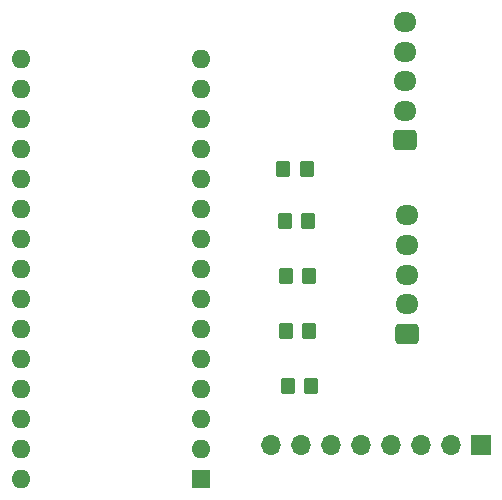
<source format=gbr>
%TF.GenerationSoftware,KiCad,Pcbnew,(6.0.7)*%
%TF.CreationDate,2023-03-11T00:51:03-05:00*%
%TF.ProjectId,GNERAL,474e4552-414c-42e6-9b69-6361645f7063,rev?*%
%TF.SameCoordinates,Original*%
%TF.FileFunction,Soldermask,Top*%
%TF.FilePolarity,Negative*%
%FSLAX46Y46*%
G04 Gerber Fmt 4.6, Leading zero omitted, Abs format (unit mm)*
G04 Created by KiCad (PCBNEW (6.0.7)) date 2023-03-11 00:51:03*
%MOMM*%
%LPD*%
G01*
G04 APERTURE LIST*
G04 Aperture macros list*
%AMRoundRect*
0 Rectangle with rounded corners*
0 $1 Rounding radius*
0 $2 $3 $4 $5 $6 $7 $8 $9 X,Y pos of 4 corners*
0 Add a 4 corners polygon primitive as box body*
4,1,4,$2,$3,$4,$5,$6,$7,$8,$9,$2,$3,0*
0 Add four circle primitives for the rounded corners*
1,1,$1+$1,$2,$3*
1,1,$1+$1,$4,$5*
1,1,$1+$1,$6,$7*
1,1,$1+$1,$8,$9*
0 Add four rect primitives between the rounded corners*
20,1,$1+$1,$2,$3,$4,$5,0*
20,1,$1+$1,$4,$5,$6,$7,0*
20,1,$1+$1,$6,$7,$8,$9,0*
20,1,$1+$1,$8,$9,$2,$3,0*%
G04 Aperture macros list end*
%ADD10RoundRect,0.250000X-0.350000X-0.450000X0.350000X-0.450000X0.350000X0.450000X-0.350000X0.450000X0*%
%ADD11R,1.600000X1.600000*%
%ADD12O,1.600000X1.600000*%
%ADD13R,1.700000X1.700000*%
%ADD14O,1.700000X1.700000*%
%ADD15RoundRect,0.250000X0.350000X0.450000X-0.350000X0.450000X-0.350000X-0.450000X0.350000X-0.450000X0*%
%ADD16RoundRect,0.250000X0.725000X-0.600000X0.725000X0.600000X-0.725000X0.600000X-0.725000X-0.600000X0*%
%ADD17O,1.950000X1.700000*%
G04 APERTURE END LIST*
D10*
%TO.C,R5*%
X153850000Y-92570000D03*
X155850000Y-92570000D03*
%TD*%
D11*
%TO.C,A1*%
X146810000Y-114380000D03*
D12*
X146810000Y-111840000D03*
X146810000Y-109300000D03*
X146810000Y-106760000D03*
X146810000Y-104220000D03*
X146810000Y-101680000D03*
X146810000Y-99140000D03*
X146810000Y-96600000D03*
X146810000Y-94060000D03*
X146810000Y-91520000D03*
X146810000Y-88980000D03*
X146810000Y-86440000D03*
X146810000Y-83900000D03*
X146810000Y-81360000D03*
X146810000Y-78820000D03*
X131570000Y-78820000D03*
X131570000Y-81360000D03*
X131570000Y-83900000D03*
X131570000Y-86440000D03*
X131570000Y-88980000D03*
X131570000Y-91520000D03*
X131570000Y-94060000D03*
X131570000Y-96600000D03*
X131570000Y-99140000D03*
X131570000Y-101680000D03*
X131570000Y-104220000D03*
X131570000Y-106760000D03*
X131570000Y-109300000D03*
X131570000Y-111840000D03*
X131570000Y-114380000D03*
%TD*%
D10*
%TO.C,R4*%
X153960000Y-97260000D03*
X155960000Y-97260000D03*
%TD*%
%TO.C,R1*%
X155710000Y-88150000D03*
X153710000Y-88150000D03*
%TD*%
D13*
%TO.C,J1*%
X170450000Y-111490000D03*
D14*
X167910000Y-111490000D03*
X165370000Y-111490000D03*
X162830000Y-111490000D03*
X160290000Y-111490000D03*
X157750000Y-111490000D03*
X155210000Y-111490000D03*
X152670000Y-111490000D03*
%TD*%
D15*
%TO.C,R2*%
X156110000Y-106510000D03*
X154110000Y-106510000D03*
%TD*%
D16*
%TO.C,VDD1*%
X164060000Y-85730000D03*
D17*
X164060000Y-83230000D03*
X164060000Y-80730000D03*
X164060000Y-78230000D03*
X164060000Y-75730000D03*
%TD*%
D10*
%TO.C,R3*%
X153960000Y-101850000D03*
X155960000Y-101850000D03*
%TD*%
D16*
%TO.C,Data1*%
X164190000Y-102100000D03*
D17*
X164190000Y-99600000D03*
X164190000Y-97100000D03*
X164190000Y-94600000D03*
X164190000Y-92100000D03*
%TD*%
M02*

</source>
